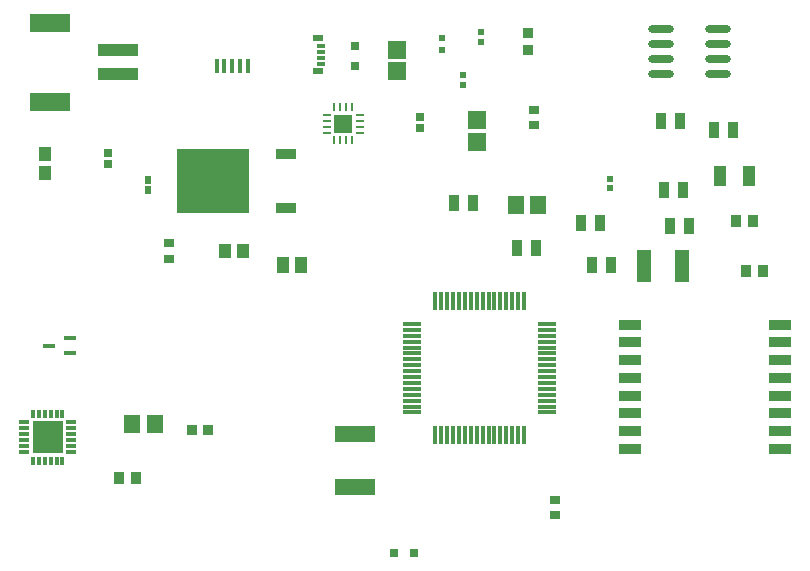
<source format=gtp>
G04*
G04 #@! TF.GenerationSoftware,Altium Limited,Altium Designer,21.1.1 (26)*
G04*
G04 Layer_Color=8421504*
%FSLAX25Y25*%
%MOIN*%
G70*
G04*
G04 #@! TF.SameCoordinates,FA571921-0CF2-429E-B5E0-1F6894B57ED5*
G04*
G04*
G04 #@! TF.FilePolarity,Positive*
G04*
G01*
G75*
G04:AMPARAMS|DCode=16|XSize=61.02mil|YSize=61.02mil|CornerRadius=1.83mil|HoleSize=0mil|Usage=FLASHONLY|Rotation=90.000|XOffset=0mil|YOffset=0mil|HoleType=Round|Shape=RoundedRectangle|*
%AMROUNDEDRECTD16*
21,1,0.06102,0.05736,0,0,90.0*
21,1,0.05736,0.06102,0,0,90.0*
1,1,0.00366,0.02868,0.02868*
1,1,0.00366,0.02868,-0.02868*
1,1,0.00366,-0.02868,-0.02868*
1,1,0.00366,-0.02868,0.02868*
%
%ADD16ROUNDEDRECTD16*%
%ADD17R,0.03197X0.02985*%
%ADD18R,0.06102X0.05906*%
%ADD19R,0.03150X0.01181*%
%ADD20R,0.03543X0.02362*%
%ADD21R,0.03150X0.03150*%
G04:AMPARAMS|DCode=22|XSize=9.84mil|YSize=23.62mil|CornerRadius=1.97mil|HoleSize=0mil|Usage=FLASHONLY|Rotation=180.000|XOffset=0mil|YOffset=0mil|HoleType=Round|Shape=RoundedRectangle|*
%AMROUNDEDRECTD22*
21,1,0.00984,0.01968,0,0,180.0*
21,1,0.00591,0.02362,0,0,180.0*
1,1,0.00394,-0.00295,0.00984*
1,1,0.00394,0.00295,0.00984*
1,1,0.00394,0.00295,-0.00984*
1,1,0.00394,-0.00295,-0.00984*
%
%ADD22ROUNDEDRECTD22*%
G04:AMPARAMS|DCode=23|XSize=9.84mil|YSize=23.62mil|CornerRadius=1.97mil|HoleSize=0mil|Usage=FLASHONLY|Rotation=90.000|XOffset=0mil|YOffset=0mil|HoleType=Round|Shape=RoundedRectangle|*
%AMROUNDEDRECTD23*
21,1,0.00984,0.01968,0,0,90.0*
21,1,0.00591,0.02362,0,0,90.0*
1,1,0.00394,0.00984,0.00295*
1,1,0.00394,0.00984,-0.00295*
1,1,0.00394,-0.00984,-0.00295*
1,1,0.00394,-0.00984,0.00295*
%
%ADD23ROUNDEDRECTD23*%
%ADD24R,0.03788X0.03681*%
%ADD25R,0.02165X0.02362*%
%ADD26R,0.02648X0.02816*%
%ADD27R,0.02362X0.01968*%
%ADD28R,0.04473X0.01775*%
%ADD29O,0.08661X0.02362*%
%ADD30R,0.07677X0.03740*%
%ADD31R,0.03937X0.07087*%
%ADD32R,0.03740X0.04134*%
%ADD33R,0.01181X0.05906*%
%ADD34R,0.05906X0.01181*%
%ADD35R,0.02913X0.03071*%
%ADD36R,0.03985X0.04560*%
%ADD37R,0.01860X0.02029*%
%ADD38R,0.13780X0.05315*%
%ADD39R,0.03347X0.03740*%
%ADD40R,0.03150X0.03150*%
%ADD41R,0.01772X0.05118*%
%ADD42R,0.13386X0.05906*%
%ADD43R,0.13780X0.03937*%
%ADD44R,0.07087X0.03543*%
%ADD45R,0.24410X0.21457*%
%ADD46R,0.02362X0.02559*%
%ADD47R,0.03740X0.02756*%
%ADD48R,0.03740X0.05315*%
%ADD49R,0.05512X0.05906*%
%ADD50R,0.04528X0.10630*%
%ADD51R,0.03937X0.04921*%
%ADD52R,0.03937X0.05315*%
%ADD53R,0.10236X0.10630*%
%ADD54R,0.03347X0.01378*%
%ADD55R,0.01378X0.03150*%
D16*
X218000Y459000D02*
D03*
D17*
X281500Y463468D02*
D03*
Y458532D02*
D03*
X288500Y333469D02*
D03*
Y328532D02*
D03*
D18*
X262500Y460087D02*
D03*
Y453000D02*
D03*
X236000Y483543D02*
D03*
Y476457D02*
D03*
D19*
X210500Y479031D02*
D03*
Y481000D02*
D03*
Y482969D02*
D03*
Y484937D02*
D03*
D20*
X209516Y476472D02*
D03*
Y487496D02*
D03*
D21*
X222000Y484748D02*
D03*
Y478252D02*
D03*
D22*
X215047Y453488D02*
D03*
X217016D02*
D03*
X218984D02*
D03*
X220953D02*
D03*
Y464512D02*
D03*
X218984D02*
D03*
X217016D02*
D03*
X215047D02*
D03*
D23*
X223512Y456047D02*
D03*
Y458016D02*
D03*
Y459984D02*
D03*
Y461953D02*
D03*
X212488D02*
D03*
Y459984D02*
D03*
Y458016D02*
D03*
Y456047D02*
D03*
D24*
X279500Y489317D02*
D03*
Y483683D02*
D03*
D25*
X264000Y486327D02*
D03*
Y489673D02*
D03*
X258000Y471827D02*
D03*
Y475173D02*
D03*
D26*
X243500Y461384D02*
D03*
Y457616D02*
D03*
D27*
X251000Y487469D02*
D03*
Y483532D02*
D03*
D28*
X126988Y382441D02*
D03*
Y387559D02*
D03*
X120000Y385000D02*
D03*
D29*
X324051Y490500D02*
D03*
Y485500D02*
D03*
Y480500D02*
D03*
Y475500D02*
D03*
X342949Y490500D02*
D03*
Y485500D02*
D03*
Y480500D02*
D03*
Y475500D02*
D03*
D30*
X313500Y350642D02*
D03*
Y356547D02*
D03*
Y362453D02*
D03*
Y368358D02*
D03*
Y374264D02*
D03*
Y380169D02*
D03*
Y386075D02*
D03*
Y391980D02*
D03*
X363500D02*
D03*
Y386075D02*
D03*
Y380169D02*
D03*
Y374264D02*
D03*
Y368358D02*
D03*
Y362453D02*
D03*
Y356547D02*
D03*
Y350642D02*
D03*
D31*
X353421Y441500D02*
D03*
X343579D02*
D03*
D32*
X143291Y341000D02*
D03*
X149000D02*
D03*
X357854Y410000D02*
D03*
X352146D02*
D03*
X348791Y426500D02*
D03*
X354500D02*
D03*
D33*
X248736Y399941D02*
D03*
X250705D02*
D03*
X252673D02*
D03*
X254642D02*
D03*
X256610D02*
D03*
X258579D02*
D03*
X260547D02*
D03*
X262516D02*
D03*
X264484D02*
D03*
X266453D02*
D03*
X268421D02*
D03*
X270390D02*
D03*
X272358D02*
D03*
X274327D02*
D03*
X276295D02*
D03*
X278264D02*
D03*
Y355059D02*
D03*
X276295D02*
D03*
X274327D02*
D03*
X272358D02*
D03*
X270390D02*
D03*
X268421D02*
D03*
X266453D02*
D03*
X264484D02*
D03*
X262516D02*
D03*
X260547D02*
D03*
X258579D02*
D03*
X256610D02*
D03*
X254642D02*
D03*
X252673D02*
D03*
X250705D02*
D03*
X248736D02*
D03*
D34*
X285941Y392264D02*
D03*
Y390295D02*
D03*
Y388327D02*
D03*
Y386358D02*
D03*
Y384390D02*
D03*
Y382421D02*
D03*
Y380453D02*
D03*
Y378484D02*
D03*
Y376516D02*
D03*
Y374547D02*
D03*
Y372579D02*
D03*
Y370610D02*
D03*
Y368642D02*
D03*
Y366673D02*
D03*
Y364705D02*
D03*
Y362736D02*
D03*
X241059D02*
D03*
Y364705D02*
D03*
Y366673D02*
D03*
Y368642D02*
D03*
Y370610D02*
D03*
Y372579D02*
D03*
Y374547D02*
D03*
Y376516D02*
D03*
Y378484D02*
D03*
Y380453D02*
D03*
Y382421D02*
D03*
Y384390D02*
D03*
Y386358D02*
D03*
Y388327D02*
D03*
Y390295D02*
D03*
Y392264D02*
D03*
D35*
X139500Y445500D02*
D03*
Y449358D02*
D03*
D36*
X118500Y442500D02*
D03*
Y449012D02*
D03*
D37*
X307000Y440490D02*
D03*
Y437510D02*
D03*
D38*
X222000Y355500D02*
D03*
Y337784D02*
D03*
D39*
X173000Y357000D02*
D03*
X167685D02*
D03*
D40*
X241496Y316000D02*
D03*
X235000D02*
D03*
D41*
X178441Y478083D02*
D03*
X181000D02*
D03*
X183559D02*
D03*
X175882D02*
D03*
X186118D02*
D03*
D42*
X120445Y466311D02*
D03*
Y492689D02*
D03*
D43*
X143083Y475563D02*
D03*
Y483437D02*
D03*
D44*
X199035Y431024D02*
D03*
Y448976D02*
D03*
D45*
X174626Y440000D02*
D03*
D46*
X153000Y436827D02*
D03*
Y440173D02*
D03*
D47*
X160000Y419157D02*
D03*
Y413843D02*
D03*
D48*
X254850Y432500D02*
D03*
X261150D02*
D03*
X297350Y426000D02*
D03*
X303650D02*
D03*
X275850Y417500D02*
D03*
X282150D02*
D03*
X300850Y412000D02*
D03*
X307150D02*
D03*
X326850Y425000D02*
D03*
X333150D02*
D03*
X324850Y437000D02*
D03*
X331150D02*
D03*
X323850Y460000D02*
D03*
X330150D02*
D03*
X341701Y457000D02*
D03*
X348000D02*
D03*
D49*
X283000Y432000D02*
D03*
X275520D02*
D03*
X147760Y359000D02*
D03*
X155240D02*
D03*
D50*
X331000Y411500D02*
D03*
X318205D02*
D03*
D51*
X184453Y416500D02*
D03*
X178547D02*
D03*
D52*
X198047Y412000D02*
D03*
X203953D02*
D03*
D53*
X119500Y354500D02*
D03*
D54*
X111724Y349579D02*
D03*
Y351547D02*
D03*
Y353516D02*
D03*
Y355484D02*
D03*
Y357453D02*
D03*
Y359421D02*
D03*
X127276D02*
D03*
Y357453D02*
D03*
Y355484D02*
D03*
Y353516D02*
D03*
Y351547D02*
D03*
Y349579D02*
D03*
D55*
X114579Y362374D02*
D03*
X116547D02*
D03*
X118516D02*
D03*
X120484D02*
D03*
X122453D02*
D03*
X124421D02*
D03*
Y346626D02*
D03*
X122453D02*
D03*
X120484D02*
D03*
X118516D02*
D03*
X116547D02*
D03*
X114579D02*
D03*
M02*

</source>
